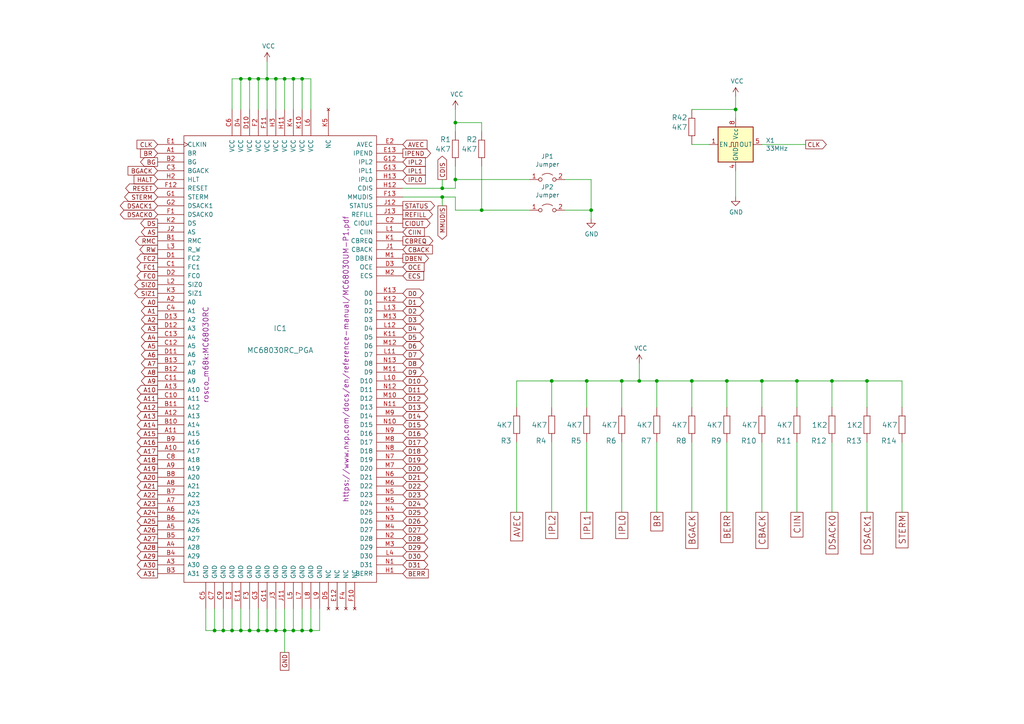
<source format=kicad_sch>
(kicad_sch (version 20211123) (generator eeschema)
  (paper "A4")
  (title_block (title "rosco_m68k Pro (030) Prototype") (date "2023-11-11") (rev "p5") (company "The Really Old-School Company Limited") (comment 1 "Copyright ©2021-2023 The Really Old-School Company Limited") (comment 2 "Open Source Hardware (CERN OHL)") (comment 3 "Prototype Hardware! Not suitable for general use!"))
  (lib_symbols
    (symbol "Jumper:Jumper_2_Open" (pin_names (offset 0) hide)
      (property "Reference" "JP" (at 0 2.794 0))
      (property "Value" "Jumper_2_Open" (at 0 -2.286 0))
      (symbol "Jumper_2_Open_0_0"
        (circle (center -2.032 0) (radius 0.508))
        (circle (center 2.032 0) (radius 0.508))
      )
      (symbol "Jumper_2_Open_0_1"
        (arc (start 1.524 1.27) (mid 0 1.778) (end -1.524 1.27))
      )
      (symbol "Jumper_2_Open_1_1"
        (pin passive line (at -5.08 0 0) (length 2.54) (name "A") (number "1"))
        (pin passive line (at 5.08 0 180) (length 2.54) (name "B") (number "2"))
      )
    )
    (symbol "Oscillator:CXO_DIP8" (pin_names (offset 0.254))
      (property "Reference" "X" (at -5.08 6.35 0))
      (property "Value" "CXO_DIP8" (at 1.27 -6.35 0))
      (symbol "CXO_DIP8_0_1"
        (rectangle (start -5.08 5.08) (end 5.08 -5.08) (stroke (width 0.254)) (fill (type background)))
        (polyline (pts (xy -1.905 -0.635) (xy -1.27 -0.635) (xy -1.27 0.635) (xy -0.635 0.635) (xy -0.635 -0.635) (xy 0 -0.635) (xy 0 0.635) (xy 0.635 0.635) (xy 0.635 -0.635)))
      )
      (symbol "CXO_DIP8_1_1"
        (pin input line (at -7.62 0 0) (length 2.54) (name "EN") (number "1"))
        (pin power_in line (at 0 -7.62 90) (length 2.54) (name "GND") (number "4"))
        (pin output line (at 7.62 0 180) (length 2.54) (name "OUT") (number "5"))
        (pin power_in line (at 0 7.62 270) (length 2.54) (name "Vcc") (number "8"))
      )
    )
    (symbol "m68k:MC68030RC_PGA" (pin_names (offset 1.016))
      (property "Reference" "U" (at 0 0 0))
      (property "Value" "MC68030RC_PGA" (at 0 2.54 0))
      (symbol "MC68030RC_PGA_0_1"
        (rectangle (start -27.94 59.69) (end 27.94 -69.85))
      )
      (symbol "MC68030RC_PGA_1_1"
        (pin input line (at -35.56 54.61 0) (length 7.62) (name "BR") (number "A1"))
        (pin tri_state line (at -35.56 -31.75 0) (length 7.62) (name "A17") (number "A10"))
        (pin tri_state line (at -35.56 -26.67 0) (length 7.62) (name "A15") (number "A11"))
        (pin tri_state line (at -35.56 -21.59 0) (length 7.62) (name "A13") (number "A12"))
        (pin tri_state line (at -35.56 -13.97 0) (length 7.62) (name "A10") (number "A13"))
        (pin tri_state line (at -35.56 11.43 0) (length 7.62) (name "A0") (number "A2"))
        (pin tri_state line (at -35.56 -64.77 0) (length 7.62) (name "A30") (number "A3"))
        (pin tri_state line (at -35.56 -59.69 0) (length 7.62) (name "A28") (number "A4"))
        (pin tri_state line (at -35.56 -54.61 0) (length 7.62) (name "A26") (number "A5"))
        (pin tri_state line (at -35.56 -49.53 0) (length 7.62) (name "A24") (number "A6"))
        (pin tri_state line (at -35.56 -46.99 0) (length 7.62) (name "A23") (number "A7"))
        (pin tri_state line (at -35.56 -41.91 0) (length 7.62) (name "A21") (number "A8"))
        (pin tri_state line (at -35.56 -36.83 0) (length 7.62) (name "A19") (number "A9"))
        (pin output line (at -35.56 29.21 0) (length 7.62) (name "RMC") (number "B1"))
        (pin tri_state line (at -35.56 -24.13 0) (length 7.62) (name "A14") (number "B10"))
        (pin tri_state line (at -35.56 -19.05 0) (length 7.62) (name "A12") (number "B11"))
        (pin tri_state line (at -35.56 -8.89 0) (length 7.62) (name "A8") (number "B12"))
        (pin tri_state line (at -35.56 -6.35 0) (length 7.62) (name "A7") (number "B13"))
        (pin output line (at -35.56 52.07 0) (length 7.62) (name "BG") (number "B2"))
        (pin tri_state line (at -35.56 -67.31 0) (length 7.62) (name "A31") (number "B3"))
        (pin tri_state line (at -35.56 -62.23 0) (length 7.62) (name "A29") (number "B4"))
        (pin tri_state line (at -35.56 -57.15 0) (length 7.62) (name "A27") (number "B5"))
        (pin tri_state line (at -35.56 -52.07 0) (length 7.62) (name "A25") (number "B6"))
        (pin tri_state line (at -35.56 -44.45 0) (length 7.62) (name "A22") (number "B7"))
        (pin tri_state line (at -35.56 -39.37 0) (length 7.62) (name "A20") (number "B8"))
        (pin tri_state line (at -35.56 -29.21 0) (length 7.62) (name "A16") (number "B9"))
        (pin output line (at -35.56 21.59 0) (length 7.62) (name "FC1") (number "C1"))
        (pin tri_state line (at -35.56 -16.51 0) (length 7.62) (name "A11") (number "C10"))
        (pin tri_state line (at -35.56 -11.43 0) (length 7.62) (name "A9") (number "C11"))
        (pin tri_state line (at -35.56 -1.27 0) (length 7.62) (name "A5") (number "C12"))
        (pin tri_state line (at -35.56 1.27 0) (length 7.62) (name "A4") (number "C13"))
        (pin output line (at 35.56 34.29 180) (length 7.62) (name "CIOUT") (number "C2"))
        (pin output line (at -35.56 49.53 0) (length 7.62) (name "BGACK") (number "C3"))
        (pin tri_state line (at -35.56 8.89 0) (length 7.62) (name "A1") (number "C4"))
        (pin passive line (at -21.59 -77.47 90) (length 7.62) (name "GND") (number "C5"))
        (pin power_in line (at -13.97 67.31 270) (length 7.62) (name "VCC") (number "C6"))
        (pin passive line (at -19.05 -77.47 90) (length 7.62) (name "GND") (number "C7"))
        (pin tri_state line (at -35.56 -34.29 0) (length 7.62) (name "A18") (number "C8"))
        (pin passive line (at -16.51 -77.47 90) (length 7.62) (name "GND") (number "C9"))
        (pin output line (at -35.56 24.13 0) (length 7.62) (name "FC2") (number "D1"))
        (pin power_in line (at -8.89 67.31 270) (length 7.62) (name "VCC") (number "D10"))
        (pin tri_state line (at -35.56 -3.81 0) (length 7.62) (name "A6") (number "D11"))
        (pin tri_state line (at -35.56 3.81 0) (length 7.62) (name "A3") (number "D12"))
        (pin tri_state line (at -35.56 6.35 0) (length 7.62) (name "A2") (number "D13"))
        (pin output line (at -35.56 19.05 0) (length 7.62) (name "FC0") (number "D2"))
        (pin input line (at 35.56 21.59 180) (length 7.62) (name "OCE") (number "D3"))
        (pin power_in line (at -11.43 67.31 270) (length 7.62) (name "VCC") (number "D4"))
        (pin no_connect line (at 13.97 -77.47 90) (length 7.62) (name "NC") (number "D5"))
        (pin input clock (at -35.56 57.15 0) (length 7.62) (name "CLKIN") (number "E1"))
        (pin passive line (at -11.43 -77.47 90) (length 7.62) (name "GND") (number "E11"))
        (pin no_connect line (at 16.51 -77.47 90) (length 7.62) (name "NC") (number "E12"))
        (pin output line (at 35.56 54.61 180) (length 7.62) (name "IPEND") (number "E13"))
        (pin input line (at 35.56 57.15 180) (length 7.62) (name "AVEC") (number "E2"))
        (pin passive line (at -13.97 -77.47 90) (length 7.62) (name "GND") (number "E3"))
        (pin input line (at -35.56 36.83 0) (length 7.62) (name "DSACK0") (number "F1"))
        (pin no_connect line (at 21.59 -77.47 90) (length 7.62) (name "NC") (number "F10"))
        (pin power_in line (at -3.81 67.31 270) (length 7.62) (name "VCC") (number "F11"))
        (pin input line (at -35.56 44.45 0) (length 7.62) (name "RESET") (number "F12"))
        (pin input line (at 35.56 41.91 180) (length 7.62) (name "MMUDIS") (number "F13"))
        (pin power_in line (at -6.35 67.31 270) (length 7.62) (name "VCC") (number "F2"))
        (pin passive line (at -8.89 -77.47 90) (length 7.62) (name "GND") (number "F3"))
        (pin no_connect line (at 19.05 -77.47 90) (length 7.62) (name "NC") (number "F4"))
        (pin input line (at -35.56 41.91 0) (length 7.62) (name "STERM") (number "G1"))
        (pin passive line (at -3.81 -77.47 90) (length 7.62) (name "GND") (number "G11"))
        (pin input line (at 35.56 52.07 180) (length 7.62) (name "IPL2") (number "G12"))
        (pin input line (at 35.56 49.53 180) (length 7.62) (name "IPL1") (number "G13"))
        (pin input line (at -35.56 39.37 0) (length 7.62) (name "DSACK1") (number "G2"))
        (pin passive line (at -6.35 -77.47 90) (length 7.62) (name "GND") (number "G3"))
        (pin input line (at 35.56 -67.31 180) (length 7.62) (name "BERR") (number "H1"))
        (pin power_in line (at 1.27 67.31 270) (length 7.62) (name "VCC") (number "H11"))
        (pin input line (at 35.56 44.45 180) (length 7.62) (name "CDIS") (number "H12"))
        (pin input line (at 35.56 46.99 180) (length 7.62) (name "IPL0") (number "H13"))
        (pin bidirectional line (at -35.56 46.99 0) (length 7.62) (name "HLT") (number "H2"))
        (pin power_in line (at -1.27 67.31 270) (length 7.62) (name "VCC") (number "H3"))
        (pin input line (at 35.56 26.67 180) (length 7.62) (name "CBACK") (number "J1"))
        (pin passive line (at 1.27 -77.47 90) (length 7.62) (name "GND") (number "J11"))
        (pin input line (at 35.56 39.37 180) (length 7.62) (name "STATUS") (number "J12"))
        (pin input line (at 35.56 36.83 180) (length 7.62) (name "REFILL") (number "J13"))
        (pin output line (at -35.56 31.75 0) (length 7.62) (name "AS") (number "J2"))
        (pin passive line (at -1.27 -77.47 90) (length 7.62) (name "GND") (number "J3"))
        (pin input line (at 35.56 29.21 180) (length 7.62) (name "CBREQ") (number "K1"))
        (pin power_in line (at 6.35 67.31 270) (length 7.62) (name "VCC") (number "K10"))
        (pin input line (at 35.56 1.27 180) (length 7.62) (name "D5") (number "K11"))
        (pin input line (at 35.56 11.43 180) (length 7.62) (name "D1") (number "K12"))
        (pin input line (at 35.56 13.97 180) (length 7.62) (name "D0") (number "K13"))
        (pin output line (at -35.56 34.29 0) (length 7.62) (name "DS") (number "K2"))
        (pin output line (at -35.56 13.97 0) (length 7.62) (name "SIZ1") (number "K3"))
        (pin power_in line (at 3.81 67.31 270) (length 7.62) (name "VCC") (number "K4"))
        (pin no_connect line (at 13.97 67.31 270) (length 7.62) (name "NC") (number "K5"))
        (pin input line (at 35.56 31.75 180) (length 7.62) (name "CIIN") (number "L1"))
        (pin input line (at 35.56 -11.43 180) (length 7.62) (name "D10") (number "L10"))
        (pin input line (at 35.56 -3.81 180) (length 7.62) (name "D7") (number "L11"))
        (pin input line (at 35.56 3.81 180) (length 7.62) (name "D4") (number "L12"))
        (pin input line (at 35.56 8.89 180) (length 7.62) (name "D2") (number "L13"))
        (pin output line (at -35.56 16.51 0) (length 7.62) (name "SIZ0") (number "L2"))
        (pin output line (at -35.56 26.67 0) (length 7.62) (name "R_W") (number "L3"))
        (pin input line (at 35.56 -62.23 180) (length 7.62) (name "D30") (number "L4"))
        (pin passive line (at 3.81 -77.47 90) (length 7.62) (name "GND") (number "L5"))
        (pin power_in line (at 8.89 67.31 270) (length 7.62) (name "VCC") (number "L6"))
        (pin passive line (at 6.35 -77.47 90) (length 7.62) (name "GND") (number "L7"))
        (pin passive line (at 8.89 -77.47 90) (length 7.62) (name "GND") (number "L8"))
        (pin passive line (at 11.43 -77.47 90) (length 7.62) (name "GND") (number "L9"))
        (pin input line (at 35.56 24.13 180) (length 7.62) (name "DBEN") (number "M1"))
        (pin input line (at 35.56 -16.51 180) (length 7.62) (name "D12") (number "M10"))
        (pin input line (at 35.56 -8.89 180) (length 7.62) (name "D9") (number "M11"))
        (pin input line (at 35.56 -1.27 180) (length 7.62) (name "D6") (number "M12"))
        (pin input line (at 35.56 6.35 180) (length 7.62) (name "D3") (number "M13"))
        (pin input line (at 35.56 19.05 180) (length 7.62) (name "ECS") (number "M2"))
        (pin input line (at 35.56 -59.69 180) (length 7.62) (name "D29") (number "M3"))
        (pin bidirectional line (at 35.56 -54.61 180) (length 7.62) (name "D27") (number "M4"))
        (pin input line (at 35.56 -46.99 180) (length 7.62) (name "D24") (number "M5"))
        (pin input line (at 35.56 -41.91 180) (length 7.62) (name "D22") (number "M6"))
        (pin input line (at 35.56 -36.83 180) (length 7.62) (name "D20") (number "M7"))
        (pin input line (at 35.56 -29.21 180) (length 7.62) (name "D17") (number "M8"))
        (pin input line (at 35.56 -21.59 180) (length 7.62) (name "D14") (number "M9"))
        (pin input line (at 35.56 -64.77 180) (length 7.62) (name "D31") (number "N1"))
        (pin input line (at 35.56 -24.13 180) (length 7.62) (name "D15") (number "N10"))
        (pin input line (at 35.56 -19.05 180) (length 7.62) (name "D13") (number "N11"))
        (pin input line (at 35.56 -13.97 180) (length 7.62) (name "D11") (number "N12"))
        (pin input line (at 35.56 -6.35 180) (length 7.62) (name "D8") (number "N13"))
        (pin input line (at 35.56 -57.15 180) (length 7.62) (name "D28") (number "N2"))
        (pin bidirectional line (at 35.56 -52.07 180) (length 7.62) (name "D26") (number "N3"))
        (pin input line (at 35.56 -49.53 180) (length 7.62) (name "D25") (number "N4"))
        (pin input line (at 35.56 -44.45 180) (length 7.62) (name "D23") (number "N5"))
        (pin input line (at 35.56 -39.37 180) (length 7.62) (name "D21") (number "N6"))
        (pin input line (at 35.56 -34.29 180) (length 7.62) (name "D19") (number "N7"))
        (pin input line (at 35.56 -31.75 180) (length 7.62) (name "D18") (number "N8"))
        (pin input line (at 35.56 -26.67 180) (length 7.62) (name "D16") (number "N9"))
      )
    )
    (symbol "power:GND" (power) (pin_names (offset 0))
      (property "Value" "GND" (at 0 -3.81 0))
      (symbol "GND_0_1"
        (polyline (pts (xy 0 0) (xy 0 -1.27) (xy 1.27 -1.27) (xy 0 -2.54) (xy -1.27 -1.27) (xy 0 -1.27)))
      )
      (symbol "GND_1_1"
        (pin power_in line (at 0 0 270) (length 0) hide (name "GND") (number "1"))
      )
    )
    (symbol "power:VCC" (power) (pin_names (offset 0))
      (property "Value" "VCC" (at 0 3.81 0))
      (symbol "VCC_0_1"
        (polyline (pts (xy -0.762 1.27) (xy 0 2.54)))
        (polyline (pts (xy 0 0) (xy 0 2.54)))
        (polyline (pts (xy 0 2.54) (xy 0.762 1.27)))
      )
      (symbol "VCC_1_1"
        (pin power_in line (at 0 0 90) (length 0) hide (name "VCC") (number "1"))
      )
    )
    (symbol "rosco_m68k-eagle-import:R-EU_0207_10" (pin_names (offset 1.016))
      (property "Reference" "R" (at -3.81 1.4986 0))
      (property "Value" "R-EU_0207_10" (at -3.81 -3.302 0))
      (symbol "R-EU_0207_10_1_0"
        (polyline (pts (xy -2.54 -0.889) (xy -2.54 0.889)))
        (polyline (pts (xy -2.54 -0.889) (xy 2.54 -0.889)))
        (polyline (pts (xy 2.54 -0.889) (xy 2.54 0.889)))
        (polyline (pts (xy 2.54 0.889) (xy -2.54 0.889)))
        (pin passive line (at -5.08 0 0) (length 2.54) (name "1") (number "1"))
        (pin passive line (at 5.08 0 180) (length 2.54) (name "2") (number "2"))
      )
    )
  )
  (junction (at 132.08 52.07))
  (junction (at 80.01 22.86))
  (junction (at 62.23 182.88))
  (junction (at 220.98 110.49))
  (junction (at 85.09 182.88))
  (junction (at 72.39 182.88))
  (junction (at 128.27 54.61))
  (junction (at 170.18 110.49))
  (junction (at 190.5 110.49))
  (junction (at 132.08 35.56))
  (junction (at 180.34 110.49))
  (junction (at 64.77 182.88))
  (junction (at 87.63 22.86))
  (junction (at 82.55 182.88))
  (junction (at 77.47 22.86))
  (junction (at 171.45 60.96))
  (junction (at 160.02 110.49))
  (junction (at 87.63 182.88))
  (junction (at 80.01 182.88))
  (junction (at 90.17 182.88))
  (junction (at 128.27 57.15))
  (junction (at 241.3 110.49))
  (junction (at 200.66 110.49))
  (junction (at 185.42 110.49))
  (junction (at 72.39 22.86))
  (junction (at 74.93 182.88))
  (junction (at 82.55 22.86))
  (junction (at 69.85 22.86))
  (junction (at 85.09 22.86))
  (junction (at 67.31 182.88))
  (junction (at 213.36 31.75))
  (junction (at 69.85 182.88))
  (junction (at 77.47 182.88))
  (junction (at 251.46 110.49))
  (junction (at 210.82 110.49))
  (junction (at 231.14 110.49))
  (junction (at 139.7 60.96))
  (junction (at 74.93 22.86))
  (wire (pts (xy 67.31 176.53) (xy 67.31 182.88)))
  (wire (pts (xy 128.27 54.61) (xy 132.08 54.61)))
  (wire (pts (xy 85.09 22.86) (xy 85.09 31.75)))
  (wire (pts (xy 163.83 60.96) (xy 171.45 60.96)))
  (wire (pts (xy 128.27 57.15) (xy 128.27 59.69)))
  (wire (pts (xy 77.47 17.78) (xy 77.47 22.86)))
  (wire (pts (xy 160.02 110.49) (xy 160.02 118.11)))
  (wire (pts (xy 67.31 22.86) (xy 69.85 22.86)))
  (wire (pts (xy 180.34 110.49) (xy 185.42 110.49)))
  (wire (pts (xy 74.93 31.75) (xy 74.93 22.86)))
  (wire (pts (xy 90.17 182.88) (xy 92.71 182.88)))
  (wire (pts (xy 87.63 22.86) (xy 87.63 31.75)))
  (wire (pts (xy 87.63 182.88) (xy 90.17 182.88)))
  (wire (pts (xy 90.17 22.86) (xy 87.63 22.86)))
  (wire (pts (xy 180.34 110.49) (xy 170.18 110.49)))
  (wire (pts (xy 82.55 176.53) (xy 82.55 182.88)))
  (wire (pts (xy 74.93 176.53) (xy 74.93 182.88)))
  (wire (pts (xy 72.39 22.86) (xy 74.93 22.86)))
  (wire (pts (xy 132.08 52.07) (xy 153.67 52.07)))
  (wire (pts (xy 139.7 48.26) (xy 139.7 60.96)))
  (wire (pts (xy 69.85 176.53) (xy 69.85 182.88)))
  (wire (pts (xy 251.46 148.59) (xy 251.46 128.27)))
  (wire (pts (xy 85.09 176.53) (xy 85.09 182.88)))
  (wire (pts (xy 132.08 52.07) (xy 132.08 54.61)))
  (wire (pts (xy 62.23 176.53) (xy 62.23 182.88)))
  (wire (pts (xy 190.5 110.49) (xy 200.66 110.49)))
  (wire (pts (xy 82.55 22.86) (xy 85.09 22.86)))
  (wire (pts (xy 205.74 41.91) (xy 200.66 41.91)))
  (wire (pts (xy 132.08 31.75) (xy 132.08 35.56)))
  (wire (pts (xy 180.34 118.11) (xy 180.34 110.49)))
  (wire (pts (xy 80.01 176.53) (xy 80.01 182.88)))
  (wire (pts (xy 128.27 54.61) (xy 128.27 52.07)))
  (wire (pts (xy 64.77 176.53) (xy 64.77 182.88)))
  (wire (pts (xy 59.69 176.53) (xy 59.69 182.88)))
  (wire (pts (xy 72.39 182.88) (xy 74.93 182.88)))
  (wire (pts (xy 149.86 148.59) (xy 149.86 128.27)))
  (wire (pts (xy 132.08 57.15) (xy 132.08 60.96)))
  (wire (pts (xy 171.45 60.96) (xy 171.45 52.07)))
  (wire (pts (xy 210.82 110.49) (xy 220.98 110.49)))
  (wire (pts (xy 171.45 60.96) (xy 171.45 63.5)))
  (wire (pts (xy 261.62 148.59) (xy 261.62 128.27)))
  (wire (pts (xy 90.17 31.75) (xy 90.17 22.86)))
  (wire (pts (xy 170.18 110.49) (xy 160.02 110.49)))
  (wire (pts (xy 74.93 22.86) (xy 77.47 22.86)))
  (wire (pts (xy 69.85 31.75) (xy 69.85 22.86)))
  (wire (pts (xy 149.86 110.49) (xy 149.86 118.11)))
  (wire (pts (xy 74.93 182.88) (xy 77.47 182.88)))
  (wire (pts (xy 213.36 27.94) (xy 213.36 31.75)))
  (wire (pts (xy 231.14 110.49) (xy 231.14 118.11)))
  (wire (pts (xy 139.7 35.56) (xy 132.08 35.56)))
  (wire (pts (xy 210.82 148.59) (xy 210.82 128.27)))
  (wire (pts (xy 77.47 176.53) (xy 77.47 182.88)))
  (wire (pts (xy 185.42 110.49) (xy 190.5 110.49)))
  (wire (pts (xy 220.98 41.91) (xy 233.68 41.91)))
  (wire (pts (xy 185.42 105.41) (xy 185.42 110.49)))
  (wire (pts (xy 213.36 31.75) (xy 213.36 34.29)))
  (wire (pts (xy 231.14 148.59) (xy 231.14 128.27)))
  (wire (pts (xy 170.18 148.59) (xy 170.18 128.27)))
  (wire (pts (xy 85.09 22.86) (xy 87.63 22.86)))
  (wire (pts (xy 139.7 35.56) (xy 139.7 38.1)))
  (wire (pts (xy 69.85 22.86) (xy 72.39 22.86)))
  (wire (pts (xy 82.55 182.88) (xy 82.55 189.23)))
  (wire (pts (xy 163.83 52.07) (xy 171.45 52.07)))
  (wire (pts (xy 160.02 148.59) (xy 160.02 128.27)))
  (wire (pts (xy 220.98 110.49) (xy 231.14 110.49)))
  (wire (pts (xy 132.08 48.26) (xy 132.08 52.07)))
  (wire (pts (xy 77.47 182.88) (xy 80.01 182.88)))
  (wire (pts (xy 251.46 110.49) (xy 251.46 118.11)))
  (wire (pts (xy 170.18 118.11) (xy 170.18 110.49)))
  (wire (pts (xy 132.08 35.56) (xy 132.08 38.1)))
  (wire (pts (xy 85.09 182.88) (xy 87.63 182.88)))
  (wire (pts (xy 132.08 60.96) (xy 139.7 60.96)))
  (wire (pts (xy 92.71 182.88) (xy 92.71 176.53)))
  (wire (pts (xy 77.47 22.86) (xy 77.47 31.75)))
  (wire (pts (xy 77.47 22.86) (xy 80.01 22.86)))
  (wire (pts (xy 261.62 110.49) (xy 251.46 110.49)))
  (wire (pts (xy 200.66 118.11) (xy 200.66 110.49)))
  (wire (pts (xy 200.66 148.59) (xy 200.66 128.27)))
  (wire (pts (xy 72.39 31.75) (xy 72.39 22.86)))
  (wire (pts (xy 64.77 182.88) (xy 67.31 182.88)))
  (wire (pts (xy 220.98 148.59) (xy 220.98 128.27)))
  (wire (pts (xy 190.5 148.59) (xy 190.5 128.27)))
  (wire (pts (xy 72.39 176.53) (xy 72.39 182.88)))
  (wire (pts (xy 251.46 110.49) (xy 241.3 110.49)))
  (wire (pts (xy 80.01 22.86) (xy 80.01 31.75)))
  (wire (pts (xy 139.7 60.96) (xy 153.67 60.96)))
  (wire (pts (xy 200.66 110.49) (xy 210.82 110.49)))
  (wire (pts (xy 213.36 49.53) (xy 213.36 57.15)))
  (wire (pts (xy 116.84 57.15) (xy 128.27 57.15)))
  (wire (pts (xy 67.31 182.88) (xy 69.85 182.88)))
  (wire (pts (xy 116.84 54.61) (xy 128.27 54.61)))
  (wire (pts (xy 80.01 182.88) (xy 82.55 182.88)))
  (wire (pts (xy 241.3 110.49) (xy 231.14 110.49)))
  (wire (pts (xy 200.66 31.75) (xy 213.36 31.75)))
  (wire (pts (xy 241.3 148.59) (xy 241.3 128.27)))
  (wire (pts (xy 241.3 110.49) (xy 241.3 118.11)))
  (wire (pts (xy 210.82 110.49) (xy 210.82 118.11)))
  (wire (pts (xy 190.5 118.11) (xy 190.5 110.49)))
  (wire (pts (xy 59.69 182.88) (xy 62.23 182.88)))
  (wire (pts (xy 80.01 22.86) (xy 82.55 22.86)))
  (wire (pts (xy 87.63 176.53) (xy 87.63 182.88)))
  (wire (pts (xy 82.55 182.88) (xy 85.09 182.88)))
  (wire (pts (xy 62.23 182.88) (xy 64.77 182.88)))
  (wire (pts (xy 180.34 148.59) (xy 180.34 128.27)))
  (wire (pts (xy 220.98 110.49) (xy 220.98 118.11)))
  (wire (pts (xy 69.85 182.88) (xy 72.39 182.88)))
  (wire (pts (xy 128.27 57.15) (xy 132.08 57.15)))
  (wire (pts (xy 82.55 22.86) (xy 82.55 31.75)))
  (wire (pts (xy 90.17 176.53) (xy 90.17 182.88)))
  (wire (pts (xy 149.86 110.49) (xy 160.02 110.49)))
  (wire (pts (xy 67.31 31.75) (xy 67.31 22.86)))
  (wire (pts (xy 261.62 110.49) (xy 261.62 118.11)))
  (global_label "D31" (shape bidirectional) (at 116.84 163.83 0) (property "Intersheet References" "${INTERSHEET_REFS}" (effects hide)))
  (global_label "D4" (shape bidirectional) (at 116.84 95.25 0) (property "Intersheet References" "${INTERSHEET_REFS}" (effects hide)))
  (global_label "BR" (shape passive) (at 190.5 148.59 270) (effects (font (size 1.778 1.778))) (property "Intersheet References" "${INTERSHEET_REFS}" (effects hide)))
  (global_label "A3" (shape output) (at 45.72 95.25 180) (property "Intersheet References" "${INTERSHEET_REFS}" (effects hide)))
  (global_label "D26" (shape bidirectional) (at 116.84 151.13 0) (property "Intersheet References" "${INTERSHEET_REFS}" (effects hide)))
  (global_label "D20" (shape bidirectional) (at 116.84 135.89 0) (property "Intersheet References" "${INTERSHEET_REFS}" (effects hide)))
  (global_label "A1" (shape output) (at 45.72 90.17 180) (property "Intersheet References" "${INTERSHEET_REFS}" (effects hide)))
  (global_label "A8" (shape output) (at 45.72 107.95 180) (property "Intersheet References" "${INTERSHEET_REFS}" (effects hide)))
  (global_label "A25" (shape output) (at 45.72 151.13 180) (property "Intersheet References" "${INTERSHEET_REFS}" (effects hide)))
  (global_label "A18" (shape output) (at 45.72 133.35 180) (property "Intersheet References" "${INTERSHEET_REFS}" (effects hide)))
  (global_label "BERR" (shape passive) (at 210.82 148.59 270) (effects (font (size 1.778 1.778))) (property "Intersheet References" "${INTERSHEET_REFS}" (effects hide)))
  (global_label "BR" (shape input) (at 45.72 44.45 180) (property "Intersheet References" "${INTERSHEET_REFS}" (effects hide)))
  (global_label "A7" (shape output) (at 45.72 105.41 180) (property "Intersheet References" "${INTERSHEET_REFS}" (effects hide)))
  (global_label "A9" (shape output) (at 45.72 110.49 180) (property "Intersheet References" "${INTERSHEET_REFS}" (effects hide)))
  (global_label "A27" (shape output) (at 45.72 156.21 180) (property "Intersheet References" "${INTERSHEET_REFS}" (effects hide)))
  (global_label "D11" (shape bidirectional) (at 116.84 113.03 0) (property "Intersheet References" "${INTERSHEET_REFS}" (effects hide)))
  (global_label "RESET" (shape bidirectional) (at 45.72 54.61 180) (property "Intersheet References" "${INTERSHEET_REFS}" (effects hide)))
  (global_label "OCE" (shape input) (at 116.84 77.47 0) (property "Intersheet References" "${INTERSHEET_REFS}" (effects hide)))
  (global_label "SIZ1" (shape output) (at 45.72 85.09 180) (property "Intersheet References" "${INTERSHEET_REFS}" (effects hide)))
  (global_label "D23" (shape bidirectional) (at 116.84 143.51 0) (property "Intersheet References" "${INTERSHEET_REFS}" (effects hide)))
  (global_label "IPL0" (shape passive) (at 180.34 148.59 270) (effects (font (size 1.778 1.778))) (property "Intersheet References" "${INTERSHEET_REFS}" (effects hide)))
  (global_label "IPL2" (shape passive) (at 160.02 148.59 270) (effects (font (size 1.778 1.778))) (property "Intersheet References" "${INTERSHEET_REFS}" (effects hide)))
  (global_label "AVEC" (shape input) (at 116.84 41.91 0) (property "Intersheet References" "${INTERSHEET_REFS}" (effects hide)))
  (global_label "D8" (shape bidirectional) (at 116.84 105.41 0) (property "Intersheet References" "${INTERSHEET_REFS}" (effects hide)))
  (global_label "HALT" (shape input) (at 45.72 52.07 180) (property "Intersheet References" "${INTERSHEET_REFS}" (effects hide)))
  (global_label "A28" (shape output) (at 45.72 158.75 180) (property "Intersheet References" "${INTERSHEET_REFS}" (effects hide)))
  (global_label "A29" (shape output) (at 45.72 161.29 180) (property "Intersheet References" "${INTERSHEET_REFS}" (effects hide)))
  (global_label "D18" (shape bidirectional) (at 116.84 130.81 0) (property "Intersheet References" "${INTERSHEET_REFS}" (effects hide)))
  (global_label "STERM" (shape passive) (at 261.62 148.59 270) (effects (font (size 1.778 1.778))) (property "Intersheet References" "${INTERSHEET_REFS}" (effects hide)))
  (global_label "D29" (shape bidirectional) (at 116.84 158.75 0) (property "Intersheet References" "${INTERSHEET_REFS}" (effects hide)))
  (global_label "BERR" (shape input) (at 116.84 166.37 0) (property "Intersheet References" "${INTERSHEET_REFS}" (effects hide)))
  (global_label "GND" (shape passive) (at 82.55 189.23 270) (property "Intersheet References" "${INTERSHEET_REFS}" (effects hide)))
  (global_label "D28" (shape bidirectional) (at 116.84 156.21 0) (property "Intersheet References" "${INTERSHEET_REFS}" (effects hide)))
  (global_label "A31" (shape output) (at 45.72 166.37 180) (property "Intersheet References" "${INTERSHEET_REFS}" (effects hide)))
  (global_label "ECS" (shape input) (at 116.84 80.01 0) (property "Intersheet References" "${INTERSHEET_REFS}" (effects hide)))
  (global_label "D10" (shape bidirectional) (at 116.84 110.49 0) (property "Intersheet References" "${INTERSHEET_REFS}" (effects hide)))
  (global_label "CLK" (shape input) (at 45.72 41.91 180) (property "Intersheet References" "${INTERSHEET_REFS}" (effects hide)))
  (global_label "FC1" (shape output) (at 45.72 77.47 180) (property "Intersheet References" "${INTERSHEET_REFS}" (effects hide)))
  (global_label "IPL1" (shape input) (at 116.84 49.53 0) (property "Intersheet References" "${INTERSHEET_REFS}" (effects hide)))
  (global_label "D9" (shape bidirectional) (at 116.84 107.95 0) (property "Intersheet References" "${INTERSHEET_REFS}" (effects hide)))
  (global_label "D19" (shape bidirectional) (at 116.84 133.35 0) (property "Intersheet References" "${INTERSHEET_REFS}" (effects hide)))
  (global_label "D12" (shape bidirectional) (at 116.84 115.57 0) (property "Intersheet References" "${INTERSHEET_REFS}" (effects hide)))
  (global_label "FC0" (shape output) (at 45.72 80.01 180) (property "Intersheet References" "${INTERSHEET_REFS}" (effects hide)))
  (global_label "A14" (shape output) (at 45.72 123.19 180) (property "Intersheet References" "${INTERSHEET_REFS}" (effects hide)))
  (global_label "STATUS" (shape output) (at 116.84 59.69 0) (property "Intersheet References" "${INTERSHEET_REFS}" (effects hide)))
  (global_label "CDIS" (shape output) (at 128.27 52.07 90) (property "Intersheet References" "${INTERSHEET_REFS}" (effects hide)))
  (global_label "D1" (shape bidirectional) (at 116.84 87.63 0) (property "Intersheet References" "${INTERSHEET_REFS}" (effects hide)))
  (global_label "CIOUT" (shape output) (at 116.84 64.77 0) (property "Intersheet References" "${INTERSHEET_REFS}" (effects hide)))
  (global_label "CBACK" (shape input) (at 116.84 72.39 0) (property "Intersheet References" "${INTERSHEET_REFS}" (effects hide)))
  (global_label "DBEN" (shape output) (at 116.84 74.93 0) (property "Intersheet References" "${INTERSHEET_REFS}" (effects hide)))
  (global_label "A4" (shape output) (at 45.72 97.79 180) (property "Intersheet References" "${INTERSHEET_REFS}" (effects hide)))
  (global_label "CBREQ" (shape output) (at 116.84 69.85 0) (property "Intersheet References" "${INTERSHEET_REFS}" (effects hide)))
  (global_label "A20" (shape output) (at 45.72 138.43 180) (property "Intersheet References" "${INTERSHEET_REFS}" (effects hide)))
  (global_label "A5" (shape output) (at 45.72 100.33 180) (property "Intersheet References" "${INTERSHEET_REFS}" (effects hide)))
  (global_label "D0" (shape bidirectional) (at 116.84 85.09 0) (property "Intersheet References" "${INTERSHEET_REFS}" (effects hide)))
  (global_label "IPEND" (shape output) (at 116.84 44.45 0) (property "Intersheet References" "${INTERSHEET_REFS}" (effects hide)))
  (global_label "D6" (shape bidirectional) (at 116.84 100.33 0) (property "Intersheet References" "${INTERSHEET_REFS}" (effects hide)))
  (global_label "CIIN" (shape passive) (at 231.14 148.59 270) (effects (font (size 1.778 1.778))) (property "Intersheet References" "${INTERSHEET_REFS}" (effects hide)))
  (global_label "A0" (shape output) (at 45.72 87.63 180) (property "Intersheet References" "${INTERSHEET_REFS}" (effects hide)))
  (global_label "SIZ0" (shape output) (at 45.72 82.55 180) (property "Intersheet References" "${INTERSHEET_REFS}" (effects hide)))
  (global_label "BG" (shape output) (at 45.72 46.99 180) (property "Intersheet References" "${INTERSHEET_REFS}" (effects hide)))
  (global_label "A6" (shape output) (at 45.72 102.87 180) (property "Intersheet References" "${INTERSHEET_REFS}" (effects hide)))
  (global_label "DSACK1" (shape passive) (at 251.46 148.59 270) (effects (font (size 1.778 1.778))) (property "Intersheet References" "${INTERSHEET_REFS}" (effects hide)))
  (global_label "AVEC" (shape passive) (at 149.86 148.59 270) (effects (font (size 1.778 1.778))) (property "Intersheet References" "${INTERSHEET_REFS}" (effects hide)))
  (global_label "A10" (shape output) (at 45.72 113.03 180) (property "Intersheet References" "${INTERSHEET_REFS}" (effects hide)))
  (global_label "A21" (shape output) (at 45.72 140.97 180) (property "Intersheet References" "${INTERSHEET_REFS}" (effects hide)))
  (global_label "AS" (shape output) (at 45.72 67.31 180) (property "Intersheet References" "${INTERSHEET_REFS}" (effects hide)))
  (global_label "IPL2" (shape input) (at 116.84 46.99 0) (property "Intersheet References" "${INTERSHEET_REFS}" (effects hide)))
  (global_label "A15" (shape output) (at 45.72 125.73 180) (property "Intersheet References" "${INTERSHEET_REFS}" (effects hide)))
  (global_label "D22" (shape bidirectional) (at 116.84 140.97 0) (property "Intersheet References" "${INTERSHEET_REFS}" (effects hide)))
  (global_label "A22" (shape output) (at 45.72 143.51 180) (property "Intersheet References" "${INTERSHEET_REFS}" (effects hide)))
  (global_label "IPL1" (shape passive) (at 170.18 148.59 270) (effects (font (size 1.778 1.778))) (property "Intersheet References" "${INTERSHEET_REFS}" (effects hide)))
  (global_label "REFILL" (shape output) (at 116.84 62.23 0) (property "Intersheet References" "${INTERSHEET_REFS}" (effects hide)))
  (global_label "D27" (shape bidirectional) (at 116.84 153.67 0) (property "Intersheet References" "${INTERSHEET_REFS}" (effects hide)))
  (global_label "RMC" (shape output) (at 45.72 69.85 180) (property "Intersheet References" "${INTERSHEET_REFS}" (effects hide)))
  (global_label "D25" (shape bidirectional) (at 116.84 148.59 0) (property "Intersheet References" "${INTERSHEET_REFS}" (effects hide)))
  (global_label "IPL0" (shape input) (at 116.84 52.07 0) (property "Intersheet References" "${INTERSHEET_REFS}" (effects hide)))
  (global_label "D30" (shape bidirectional) (at 116.84 161.29 0) (property "Intersheet References" "${INTERSHEET_REFS}" (effects hide)))
  (global_label "A12" (shape output) (at 45.72 118.11 180) (property "Intersheet References" "${INTERSHEET_REFS}" (effects hide)))
  (global_label "D7" (shape bidirectional) (at 116.84 102.87 0) (property "Intersheet References" "${INTERSHEET_REFS}" (effects hide)))
  (global_label "DSACK0" (shape passive) (at 241.3 148.59 270) (effects (font (size 1.778 1.778))) (property "Intersheet References" "${INTERSHEET_REFS}" (effects hide)))
  (global_label "CIIN" (shape input) (at 116.84 67.31 0) (property "Intersheet References" "${INTERSHEET_REFS}" (effects hide)))
  (global_label "FC2" (shape output) (at 45.72 74.93 180) (property "Intersheet References" "${INTERSHEET_REFS}" (effects hide)))
  (global_label "BGACK" (shape passive) (at 200.66 148.59 270) (effects (font (size 1.778 1.778))) (property "Intersheet References" "${INTERSHEET_REFS}" (effects hide)))
  (global_label "A26" (shape output) (at 45.72 153.67 180) (property "Intersheet References" "${INTERSHEET_REFS}" (effects hide)))
  (global_label "D16" (shape bidirectional) (at 116.84 125.73 0) (property "Intersheet References" "${INTERSHEET_REFS}" (effects hide)))
  (global_label "D24" (shape bidirectional) (at 116.84 146.05 0) (property "Intersheet References" "${INTERSHEET_REFS}" (effects hide)))
  (global_label "D2" (shape bidirectional) (at 116.84 90.17 0) (property "Intersheet References" "${INTERSHEET_REFS}" (effects hide)))
  (global_label "A23" (shape output) (at 45.72 146.05 180) (property "Intersheet References" "${INTERSHEET_REFS}" (effects hide)))
  (global_label "DSACK0" (shape bidirectional) (at 45.72 62.23 180) (property "Intersheet References" "${INTERSHEET_REFS}" (effects hide)))
  (global_label "A17" (shape output) (at 45.72 130.81 180) (property "Intersheet References" "${INTERSHEET_REFS}" (effects hide)))
  (global_label "DS" (shape output) (at 45.72 64.77 180) (property "Intersheet References" "${INTERSHEET_REFS}" (effects hide)))
  (global_label "MMUDIS" (shape output) (at 128.27 59.69 270) (property "Intersheet References" "${INTERSHEET_REFS}" (effects hide)))
  (global_label "D3" (shape bidirectional) (at 116.84 92.71 0) (property "Intersheet References" "${INTERSHEET_REFS}" (effects hide)))
  (global_label "D13" (shape bidirectional) (at 116.84 118.11 0) (property "Intersheet References" "${INTERSHEET_REFS}" (effects hide)))
  (global_label "D14" (shape bidirectional) (at 116.84 120.65 0) (property "Intersheet References" "${INTERSHEET_REFS}" (effects hide)))
  (global_label "RW" (shape output) (at 45.72 72.39 180) (property "Intersheet References" "${INTERSHEET_REFS}" (effects hide)))
  (global_label "BGACK" (shape input) (at 45.72 49.53 180) (property "Intersheet References" "${INTERSHEET_REFS}" (effects hide)))
  (global_label "STERM" (shape bidirectional) (at 45.72 57.15 180) (property "Intersheet References" "${INTERSHEET_REFS}" (effects hide)))
  (global_label "A16" (shape output) (at 45.72 128.27 180) (property "Intersheet References" "${INTERSHEET_REFS}" (effects hide)))
  (global_label "D17" (shape bidirectional) (at 116.84 128.27 0) (property "Intersheet References" "${INTERSHEET_REFS}" (effects hide)))
  (global_label "A13" (shape output) (at 45.72 120.65 180) (property "Intersheet References" "${INTERSHEET_REFS}" (effects hide)))
  (global_label "D15" (shape bidirectional) (at 116.84 123.19 0) (property "Intersheet References" "${INTERSHEET_REFS}" (effects hide)))
  (global_label "A2" (shape output) (at 45.72 92.71 180) (property "Intersheet References" "${INTERSHEET_REFS}" (effects hide)))
  (global_label "D21" (shape bidirectional) (at 116.84 138.43 0) (property "Intersheet References" "${INTERSHEET_REFS}" (effects hide)))
  (global_label "DSACK1" (shape bidirectional) (at 45.72 59.69 180) (property "Intersheet References" "${INTERSHEET_REFS}" (effects hide)))
  (global_label "CBACK" (shape passive) (at 220.98 148.59 270) (effects (font (size 1.778 1.778))) (property "Intersheet References" "${INTERSHEET_REFS}" (effects hide)))
  (global_label "A24" (shape output) (at 45.72 148.59 180) (property "Intersheet References" "${INTERSHEET_REFS}" (effects hide)))
  (global_label "CLK" (shape output) (at 233.68 41.91 0) (property "Intersheet References" "${INTERSHEET_REFS}" (effects hide)))
  (global_label "A30" (shape output) (at 45.72 163.83 180) (property "Intersheet References" "${INTERSHEET_REFS}" (effects hide)))
  (global_label "D5" (shape bidirectional) (at 116.84 97.79 0) (property "Intersheet References" "${INTERSHEET_REFS}" (effects hide)))
  (global_label "A11" (shape output) (at 45.72 115.57 180) (property "Intersheet References" "${INTERSHEET_REFS}" (effects hide)))
  (global_label "A19" (shape output) (at 45.72 135.89 180) (property "Intersheet References" "${INTERSHEET_REFS}" (effects hide)))
  (symbol (lib_id "m68k:MC68030RC_PGA") (at 81.28 99.06 0) (unit 1)
    (property "Reference" "IC1" (at 81.28 95.25 0) (effects (font (size 1.524 1.524))))
    (property "Value" "MC68030RC_PGA" (at 81.28 101.6 0) (effects (font (size 1.524 1.524))))
    (property "Footprint" "rosco_m68k:MC68030RC" (at 59.69 102.87 90) (effects (font (size 1.524 1.524))))
    (property "Datasheet" "https://www.nxp.com/docs/en/reference-manual/MC68030UM-P1.pdf" (at 100.33 104.14 90) (effects (font (size 1.524 1.524))))
  )
  (symbol (lib_id "power:VCC") (at 77.47 17.78 0) (unit 1)
    (property "Reference" "#PWR01" (effects hide))
    (property "Value" "VCC" (at 77.9018 13.3858 0))
  )
  (symbol (lib_id "power:VCC") (at 132.08 31.75 0) (unit 1)
    (property "Reference" "#PWR03" (effects hide))
    (property "Value" "VCC" (at 132.5118 27.3558 0))
  )
  (symbol (lib_id "Oscillator:CXO_DIP8") (at 213.36 41.91 0) (unit 1)
    (property "Reference" "X1" (at 222.0976 40.7416 0) (effects (justify left)))
    (property "Value" "33MHz" (at 222.0976 43.053 0) (effects (justify left)))
    (property "Footprint" "Oscillator:Oscillator_DIP-8" (effects hide))
    (property "Datasheet" "http://cdn-reichelt.de/documents/datenblatt/B400/OSZI.pdf" (effects hide))
  )
  (symbol (lib_id "power:VCC") (at 213.36 27.94 0) (unit 1)
    (property "Reference" "#PWR06" (effects hide))
    (property "Value" "VCC" (at 213.7918 23.5458 0))
  )
  (symbol (lib_id "power:GND") (at 213.36 57.15 0) (unit 1)
    (property "Reference" "#PWR07" (effects hide))
    (property "Value" "GND" (at 213.487 61.5442 0))
  )
  (symbol (lib_id "rosco_m68k-eagle-import:R-EU_0207_10") (at 132.08 43.18 90) (unit 1)
    (property "Reference" "R1" (at 130.81 39.5986 90) (effects (font (size 1.4986 1.4986)) (justify left bottom)))
    (property "Value" "4K7" (at 130.81 42.418 90) (effects (font (size 1.4986 1.4986)) (justify left bottom)))
    (property "Footprint" "rosco_m68k:R-0207_10" (effects hide))
  )
  (symbol (lib_id "rosco_m68k-eagle-import:R-EU_0207_10") (at 139.7 43.18 90) (unit 1)
    (property "Reference" "R2" (at 138.43 39.5986 90) (effects (font (size 1.4986 1.4986)) (justify left bottom)))
    (property "Value" "4K7" (at 138.43 42.418 90) (effects (font (size 1.4986 1.4986)) (justify left bottom)))
    (property "Footprint" "rosco_m68k:R-0207_10" (effects hide))
  )
  (symbol (lib_id "Jumper:Jumper_2_Open") (at 158.75 52.07 0) (unit 1)
    (property "Reference" "JP1" (at 158.75 45.3644 0))
    (property "Value" "Jumper" (at 158.75 47.6758 0))
    (property "Footprint" "Connector_PinHeader_2.54mm:PinHeader_1x02_P2.54mm_Vertical" (effects hide))
  )
  (symbol (lib_id "Jumper:Jumper_2_Open") (at 158.75 60.96 0) (unit 1)
    (property "Reference" "JP2" (at 158.75 54.2544 0))
    (property "Value" "Jumper" (at 158.75 56.5658 0))
    (property "Footprint" "Connector_PinHeader_2.54mm:PinHeader_1x02_P2.54mm_Vertical" (effects hide))
  )
  (symbol (lib_id "power:GND") (at 171.45 63.5 0) (unit 1)
    (property "Reference" "#PWR04" (effects hide))
    (property "Value" "GND" (at 171.577 67.8942 0))
  )
  (symbol (lib_id "rosco_m68k-eagle-import:R-EU_0207_10") (at 160.02 123.19 90) (unit 1)
    (property "Reference" "R4" (at 158.5214 127 90) (effects (font (size 1.4986 1.4986)) (justify left bottom)))
    (property "Value" "4K7" (at 158.75 122.428 90) (effects (font (size 1.4986 1.4986)) (justify left bottom)))
    (property "Footprint" "rosco_m68k:R-0207_10" (effects hide))
  )
  (symbol (lib_id "rosco_m68k-eagle-import:R-EU_0207_10") (at 170.18 123.19 90) (unit 1)
    (property "Reference" "R5" (at 168.6814 127 90) (effects (font (size 1.4986 1.4986)) (justify left bottom)))
    (property "Value" "4K7" (at 168.91 122.428 90) (effects (font (size 1.4986 1.4986)) (justify left bottom)))
    (property "Footprint" "rosco_m68k:R-0207_10" (effects hide))
  )
  (symbol (lib_id "rosco_m68k-eagle-import:R-EU_0207_10") (at 180.34 123.19 90) (unit 1)
    (property "Reference" "R6" (at 178.8414 127 90) (effects (font (size 1.4986 1.4986)) (justify left bottom)))
    (property "Value" "4K7" (at 179.07 122.428 90) (effects (font (size 1.4986 1.4986)) (justify left bottom)))
    (property "Footprint" "rosco_m68k:R-0207_10" (effects hide))
  )
  (symbol (lib_id "rosco_m68k-eagle-import:R-EU_0207_10") (at 190.5 123.19 90) (unit 1)
    (property "Reference" "R7" (at 189.0014 127 90) (effects (font (size 1.4986 1.4986)) (justify left bottom)))
    (property "Value" "4K7" (at 189.23 122.428 90) (effects (font (size 1.4986 1.4986)) (justify left bottom)))
    (property "Footprint" "rosco_m68k:R-0207_10" (effects hide))
  )
  (symbol (lib_id "rosco_m68k-eagle-import:R-EU_0207_10") (at 200.66 123.19 90) (unit 1)
    (property "Reference" "R8" (at 199.1614 127 90) (effects (font (size 1.4986 1.4986)) (justify left bottom)))
    (property "Value" "4K7" (at 199.39 122.428 90) (effects (font (size 1.4986 1.4986)) (justify left bottom)))
    (property "Footprint" "rosco_m68k:R-0207_10" (effects hide))
  )
  (symbol (lib_id "rosco_m68k-eagle-import:R-EU_0207_10") (at 210.82 123.19 90) (unit 1)
    (property "Reference" "R9" (at 209.3214 127 90) (effects (font (size 1.4986 1.4986)) (justify left bottom)))
    (property "Value" "4K7" (at 209.55 122.428 90) (effects (font (size 1.4986 1.4986)) (justify left bottom)))
    (property "Footprint" "rosco_m68k:R-0207_10" (effects hide))
  )
  (symbol (lib_id "power:VCC") (at 185.42 105.41 0) (unit 1)
    (property "Reference" "#PWR05" (effects hide))
    (property "Value" "VCC" (at 185.8518 101.0158 0))
  )
  (symbol (lib_id "rosco_m68k-eagle-import:R-EU_0207_10") (at 220.98 123.19 90) (unit 1)
    (property "Reference" "R10" (at 219.4814 127 90) (effects (font (size 1.4986 1.4986)) (justify left bottom)))
    (property "Value" "4K7" (at 219.71 122.428 90) (effects (font (size 1.4986 1.4986)) (justify left bottom)))
    (property "Footprint" "rosco_m68k:R-0207_10" (effects hide))
  )
  (symbol (lib_id "rosco_m68k-eagle-import:R-EU_0207_10") (at 231.14 123.19 90) (unit 1)
    (property "Reference" "R11" (at 229.6414 127 90) (effects (font (size 1.4986 1.4986)) (justify left bottom)))
    (property "Value" "4K7" (at 229.87 122.428 90) (effects (font (size 1.4986 1.4986)) (justify left bottom)))
    (property "Footprint" "rosco_m68k:R-0207_10" (effects hide))
  )
  (symbol (lib_id "rosco_m68k-eagle-import:R-EU_0207_10") (at 241.3 123.19 90) (unit 1)
    (property "Reference" "R12" (at 239.8014 127 90) (effects (font (size 1.4986 1.4986)) (justify left bottom)))
    (property "Value" "1K2" (at 240.03 122.428 90) (effects (font (size 1.4986 1.4986)) (justify left bottom)))
    (property "Footprint" "rosco_m68k:R-0207_10" (effects hide))
  )
  (symbol (lib_id "rosco_m68k-eagle-import:R-EU_0207_10") (at 251.46 123.19 90) (unit 1)
    (property "Reference" "R13" (at 249.9614 127 90) (effects (font (size 1.4986 1.4986)) (justify left bottom)))
    (property "Value" "1K2" (at 250.19 122.428 90) (effects (font (size 1.4986 1.4986)) (justify left bottom)))
    (property "Footprint" "rosco_m68k:R-0207_10" (effects hide))
  )
  (symbol (lib_id "rosco_m68k-eagle-import:R-EU_0207_10") (at 261.62 123.19 90) (unit 1)
    (property "Reference" "R14" (at 260.1214 127 90) (effects (font (size 1.4986 1.4986)) (justify left bottom)))
    (property "Value" "4K7" (at 260.35 122.428 90) (effects (font (size 1.4986 1.4986)) (justify left bottom)))
    (property "Footprint" "rosco_m68k:R-0207_10" (effects hide))
  )
  (symbol (lib_id "rosco_m68k-eagle-import:R-EU_0207_10") (at 149.86 123.19 90) (unit 1)
    (property "Reference" "R3" (at 148.3614 127 90) (effects (font (size 1.4986 1.4986)) (justify left bottom)))
    (property "Value" "4K7" (at 148.59 122.428 90) (effects (font (size 1.4986 1.4986)) (justify left bottom)))
    (property "Footprint" "rosco_m68k:R-0207_10" (effects hide))
  )
  (symbol (lib_id "rosco_m68k-eagle-import:R-EU_0207_10") (at 200.66 36.83 90) (unit 1)
    (property "Reference" "R42" (at 199.39 33.2486 90) (effects (font (size 1.4986 1.4986)) (justify left bottom)))
    (property "Value" "4K7" (at 199.39 36.068 90) (effects (font (size 1.4986 1.4986)) (justify left bottom)))
    (property "Footprint" "rosco_m68k:R-0207_10" (effects hide))
  )
)
</source>
